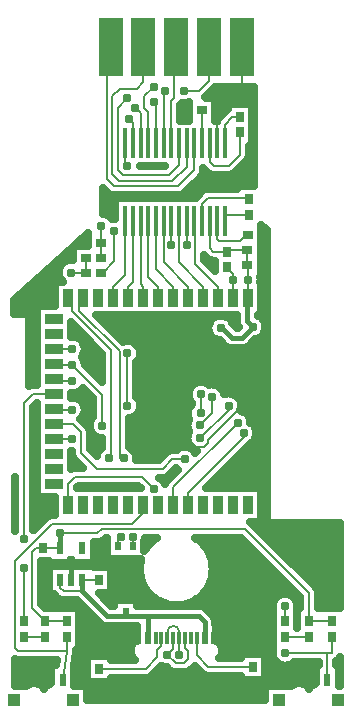
<source format=gbr>
G04 DipTrace 5.1.0.3*
G04 1 - Top.gbr*
%MOIN*%
G04 #@! TF.FileFunction,Copper,L1,Top*
G04 #@! TF.Part,Single*
G04 #@! TA.AperFunction,Conductor*
%ADD15C,0.007874*%
%ADD16C,0.015748*%
G04 #@! TA.AperFunction,CopperBalancing*
%ADD17C,0.025*%
%ADD22R,0.027559X0.035433*%
%ADD23R,0.035433X0.027559*%
%ADD25R,0.023622X0.031496*%
%ADD26R,0.011811X0.044882*%
%ADD27R,0.023622X0.044882*%
G04 #@! TA.AperFunction,ComponentPad*
%ADD28O,0.035433X0.070866*%
%ADD29O,0.035433X0.082677*%
%ADD36R,0.07874X0.19685*%
%ADD38R,0.023622X0.043307*%
%ADD39R,0.03937X0.043307*%
%ADD43R,0.035433X0.059055*%
%ADD44R,0.059055X0.035433*%
%ADD45R,0.15748X0.15748*%
%ADD46R,0.015748X0.098425*%
G04 #@! TA.AperFunction,ViaPad*
%ADD47C,0.031*%
%FSLAX26Y26*%
G04*
G70*
G90*
G75*
G01*
G04 Top*
%LPD*%
X543701Y643110D2*
D15*
X474950D1*
X913386Y2287434D2*
Y2417765D1*
X906201Y2424950D1*
X1041339Y2287434D2*
Y2197587D1*
X987451Y2143699D1*
X774091D1*
X749951Y2167839D1*
Y2608688D1*
X763091D1*
X990157Y2287434D2*
Y2215157D1*
X956201Y2181201D1*
X803538D1*
X787450Y2197289D1*
Y2406199D1*
X818701Y2437450D1*
X938976Y2287434D2*
Y2457726D1*
X943701Y2462450D1*
X1006201D2*
X1056201D1*
X1090256Y2496505D1*
Y2608688D1*
X1118110Y2287430D2*
Y2362844D1*
Y2399360D1*
X1118701Y2399950D1*
X1199311Y2608688D2*
Y2480560D1*
X1118701Y2399950D1*
X680020Y1956199D2*
X649950D1*
X631201Y1937450D1*
Y1906199D1*
X1269883Y1931201D2*
Y1981199D1*
X1270474Y1981790D1*
X1271808Y1831199D2*
X1271575D1*
Y1770538D1*
X1117654Y2362844D2*
X1118110D1*
X537451Y886269D2*
D16*
X631102D1*
X721064D1*
X724951Y882382D1*
X631102Y831201D2*
Y886269D1*
X837451Y900392D2*
D15*
X812450D1*
X787451D1*
X769143D1*
X751133Y882382D1*
X724951D1*
X631201Y899950D2*
D16*
X631102Y886269D1*
X812450Y768257D2*
D15*
Y900392D1*
X855357Y638189D2*
Y675794D1*
X849951Y681199D1*
X811262D1*
Y615748D1*
X724941Y587450D2*
Y681199D1*
X811262D1*
X1151420Y615748D2*
Y687450D1*
X1106201D1*
Y639314D1*
X1107325Y638189D1*
X1151420Y687450D2*
X1237451D1*
Y593699D1*
X1271614Y1081562D2*
D16*
Y1024186D1*
X1271530Y1024102D1*
X1271575Y1770538D2*
X1271614Y1488570D1*
Y1400177D1*
Y1081562D1*
X959094Y1488570D2*
D15*
X1271614D1*
X1271808Y1831199D2*
Y1879274D1*
X1269882Y1881201D1*
X1269883Y1931201D2*
X1269882Y1881201D1*
X476949Y499950D2*
Y549612D1*
X460604Y565957D1*
X1359469Y499950D2*
Y527932D1*
X1293701Y593699D1*
X1237451D1*
X959094Y1488570D2*
Y1369035D1*
D16*
X870262D1*
X853669Y1385629D1*
Y1519844D1*
Y1580100D1*
X923534Y1649965D1*
X926093D1*
X1271614Y1400177D2*
D15*
X1187678D1*
X1087451Y1299950D1*
Y1287450D1*
X1074722Y1274720D1*
X1048627D1*
X959094Y1364253D1*
Y1369035D1*
Y1488570D2*
Y1616963D1*
X926093Y1649965D1*
X910335Y1367521D2*
X959094D1*
Y1369035D1*
X852552Y1519844D2*
D16*
X853669D1*
X910335Y1367521D2*
D15*
Y1232262D1*
X1485453Y499950D2*
Y587450D1*
X1501201D1*
Y641860D1*
X1499951Y643109D1*
X1343701Y587450D2*
X1485453D1*
X906398Y1135580D2*
X867028Y1174950D1*
X643701D1*
X621614Y1152864D1*
Y1081562D1*
X1100109Y1442549D2*
Y1387606D1*
X1060252Y1347749D1*
X634744Y1549004D2*
X575541D1*
X573822Y1550723D1*
X733766Y1346092D2*
Y1449982D1*
X634744Y1549004D1*
X1063878Y1450541D2*
Y1387450D1*
X1062450D1*
X634744Y1495282D2*
X579262D1*
X573822Y1500723D1*
X818701Y1412450D2*
Y1587450D1*
X573822Y1450723D2*
X505253D1*
X474951Y1420421D1*
Y968699D1*
X473735Y872407D2*
Y695507D1*
X474950Y694291D1*
X634744Y1399016D2*
X575529D1*
X573822Y1400723D1*
Y1350723D2*
X636677D1*
X662450Y1324950D1*
Y1256201D1*
X716316Y1202335D1*
X935823D1*
X967778Y1234290D1*
X1010236D1*
X1343701Y694290D2*
Y743699D1*
X887795Y2028970D2*
Y1843356D1*
X921575Y1809576D1*
Y1770538D1*
X862205Y2028970D2*
Y1818946D1*
X871575Y1809576D1*
Y1770538D1*
X836614Y2028970D2*
Y1824113D1*
X821575Y1809073D1*
Y1770538D1*
X811024Y2028962D2*
Y1848522D1*
X771575Y1809073D1*
Y1770538D1*
X634744Y1302059D2*
X575157D1*
X573822Y1300723D1*
X602933Y499950D2*
X618701Y595600D1*
Y643109D1*
Y595600D2*
X454302D1*
X443701Y606201D1*
Y893699D1*
X567512Y1017510D1*
X833304D1*
X871614Y1055820D1*
Y1081562D1*
X1041339Y2028970D2*
X1045009D1*
Y1886142D1*
X1121575Y1809576D1*
Y1770538D1*
X964567Y2028970D2*
X964573Y1947190D1*
X1187450Y1356199D2*
X971614Y1140364D1*
Y1081562D1*
X1015748Y2028970D2*
X1015979Y1947217D1*
X1206937Y1321689D2*
Y1306963D1*
X1021614Y1121640D1*
Y1081562D1*
X990157Y2028970D2*
Y1890993D1*
X1071575Y1809576D1*
Y1770538D1*
X938976Y2028970D2*
Y1892175D1*
X1021575Y1809576D1*
Y1770538D1*
X913386Y2028970D2*
Y1867765D1*
X971575Y1809576D1*
Y1770538D1*
X634744Y1601512D2*
X574610D1*
X573822Y1600723D1*
X724941Y536269D2*
X880020D1*
X918701Y574950D1*
Y599950D1*
X932129Y613378D1*
Y638189D1*
X1237451Y542518D2*
X1088633D1*
X1050239Y580912D1*
Y638189D1*
X1143701Y2287450D2*
Y2349950D1*
X1168701Y2374950D1*
X1193701D1*
Y2323769D2*
Y2249950D1*
X1156201Y2212450D1*
X1106201D1*
X1092520Y2226131D1*
Y2287434D1*
X1224951Y2049950D2*
X1143701D1*
Y2028966D1*
X1066929Y2028970D2*
Y2085678D1*
X1087450Y2106199D1*
X1219883D1*
X1224951Y2101131D1*
X731201Y1856199D2*
X737449D1*
X774950Y1893701D1*
Y1993701D1*
X811024Y2287434D2*
Y2217412D1*
X818077Y2210358D1*
X1118110Y2028966D2*
Y1969290D1*
X1124950Y1962450D1*
X1193701D1*
X1213041Y1981790D1*
X1219293D1*
X1066929Y2287434D2*
Y2399360D1*
X1067520Y2399950D1*
X731201Y1906201D2*
Y2012450D1*
Y1956199D2*
Y2012450D1*
X836614Y2287434D2*
Y2357037D1*
X824951Y2368699D1*
X1171575Y1770538D2*
Y1831199D1*
Y1853327D1*
X1149951Y1874950D1*
X1171424Y1831047D2*
X1171575Y1831199D1*
X862205Y2287434D2*
Y2387696D1*
X843701Y2406199D1*
X887795Y2287434D2*
Y2393356D1*
X874950Y2406201D1*
Y2443699D1*
X906201Y2474950D1*
X1015748Y2287434D2*
Y2209497D1*
X968701Y2162450D1*
X791803D1*
X768701Y2185552D1*
Y2443701D1*
X793701Y2468701D1*
X849951D1*
X872146Y2490895D1*
Y2608688D1*
X1156201Y1412450D2*
Y1399004D1*
X1060798Y1303601D1*
X1059521D1*
X964567Y2287434D2*
Y2427066D1*
X974950Y2437449D1*
Y2608688D1*
X981201D1*
X886853Y638189D2*
D16*
Y712450D1*
X1056201D1*
X1075829Y692822D1*
Y638189D1*
X886853Y712450D2*
X812450D1*
X749950D1*
X672356Y790045D1*
X668504Y793896D1*
Y831201D1*
D15*
X724951D1*
X593701D2*
Y806201D1*
X606201Y793701D1*
X672356D1*
Y790045D1*
X812450Y724950D2*
Y712450D1*
X951814Y638189D2*
Y658167D1*
G02X991192Y659954I19668J1367D01*
G01*
X991184Y638189D1*
X990949Y582627D2*
X991184Y582862D1*
Y638189D1*
X671575Y1770538D2*
X658096D1*
Y1729306D1*
X792421Y1594980D1*
Y1237450D1*
X806201D1*
X837451Y943699D2*
Y976810D1*
X837144D1*
X971499Y638189D2*
Y603207D1*
X950917Y582626D1*
X1010869Y638189D2*
Y605454D1*
X1021844Y594479D1*
Y567113D1*
X1008336Y553605D1*
X979938D1*
X950917Y582626D1*
X621575Y1770538D2*
X635408D1*
Y1726993D1*
X764984Y1597417D1*
Y1237450D1*
X756201D1*
X787451Y943699D2*
Y967648D1*
X795915Y976112D1*
X680020Y1906201D2*
Y1856199D1*
X1221575Y1770538D2*
Y1830812D1*
X1221188Y1831199D1*
X537451Y937450D2*
X593651D1*
X593701Y937500D1*
X537451Y937450D2*
X512450D1*
X499950Y924950D1*
Y738042D1*
X543701Y694291D1*
X593701Y937500D2*
D16*
Y987450D1*
X1237450Y1674951D2*
X1218701Y1693701D1*
Y1770538D1*
X1221575D1*
X593701Y987450D2*
D15*
X718702D1*
X733517Y1002265D1*
X1210135D1*
X1424950Y787450D1*
Y694290D1*
X1092520Y2028970D2*
Y1938631D1*
X1105020Y1926131D1*
X1149951D1*
X1218702Y1931201D2*
X1155021D1*
X1149951Y1926131D1*
X1218702Y1931201D2*
Y1881201D1*
X1218701D1*
X1221188Y1831199D2*
Y1878714D1*
X1218701Y1881201D1*
X543701Y694291D2*
X618701D1*
Y694290D1*
X1499951D2*
X1424950D1*
X631161Y1856580D2*
X679639D1*
X680020Y1856199D1*
X1130088Y1671484D2*
D16*
X1134667D1*
X1168701Y1637450D1*
X1199949D1*
X1237450Y1674951D1*
X1343701Y643109D2*
D15*
X1424950D1*
D47*
X1237450Y1674951D3*
D3*
X943701Y2462450D3*
X1006201D3*
X906201Y2424950D3*
Y2474950D3*
X843701Y2406199D3*
X818701Y2437450D3*
X824951Y2368699D3*
X818077Y2210358D3*
X990949Y582627D3*
X950917Y582626D3*
X756201Y1237450D3*
X806201D3*
X964573Y1947190D3*
X1015979Y1947217D3*
X631161Y1856580D3*
X1063878Y1450541D3*
X774950Y1993701D3*
X731201Y2012450D3*
X631201Y1906199D3*
X1062450Y1387450D3*
X1100109Y1442549D3*
X1060252Y1347749D3*
X1059521Y1303601D3*
X1156201Y1412450D3*
X1130088Y1671484D3*
X634744Y1601512D3*
X1221188Y1831199D3*
X1271808D3*
X1117654Y2362844D3*
X1187450Y1356199D3*
X1206937Y1321689D3*
X795915Y976112D3*
X837144Y976810D3*
X593701Y987450D3*
X634744Y1399016D3*
Y1302059D3*
X631201Y899950D3*
X1010236Y1234290D3*
X1343701Y743699D3*
X1271530Y1024102D3*
X460604Y565957D3*
X818701Y1412450D3*
X733766Y1346092D3*
X634744Y1549004D3*
X1343701Y587450D3*
X906398Y1135580D3*
X634744Y1495282D3*
X473735Y872407D3*
X1171424Y1831047D3*
X818701Y1587450D3*
X474951Y968699D3*
X926093Y1649965D3*
X910335Y1367521D3*
X852552Y1519844D3*
X910335Y1232262D3*
X1089047Y2450573D2*
D17*
X1237847D1*
X1113664Y2425705D2*
X1237847D1*
X996933Y2400836D2*
X1021376D1*
X1113664D2*
X1151312D1*
X996933Y2375967D2*
X1021376D1*
X1113664D2*
X1124991D1*
X1226071Y2276492D2*
X1237847D1*
X1226071Y2251623D2*
X1237847D1*
X1215234Y2226755D2*
X1237847D1*
X1190366Y2201886D2*
X1237847D1*
X1065489Y2177017D2*
X1237847D1*
X1040640Y2152148D2*
X1237847D1*
X1015772Y2127280D2*
X1063791D1*
X740289Y2102411D2*
X774726D1*
X740289Y2077542D2*
X774726D1*
X743608Y2052673D2*
X774726D1*
X1265436Y2002936D2*
X1275902D1*
X676935Y1978067D2*
X685051D1*
X1265436D2*
X1281159D1*
X649520Y1953198D2*
X685051D1*
X1265436D2*
X1281159D1*
X622104Y1928329D2*
X633880D1*
X1264844D2*
X1281159D1*
X594707Y1903461D2*
X633880D1*
X1264844D2*
X1281159D1*
X567291Y1878592D2*
X593564D1*
X1097283D2*
X1107749D1*
X1264844D2*
X1281159D1*
X539876Y1853723D2*
X587338D1*
X1264844D2*
X1281159D1*
X512478Y1828854D2*
X597888D1*
X1265041D2*
X1281159D1*
X485063Y1803986D2*
X575425D1*
X1267715D2*
X1281159D1*
X457647Y1779117D2*
X575425D1*
X1267715D2*
X1281159D1*
X443060Y1754248D2*
X575425D1*
X1267715D2*
X1281159D1*
X443060Y1729379D2*
X515875D1*
X1267715D2*
X1281159D1*
X494231Y1704510D2*
X515875D1*
X727622D2*
X1102581D1*
X1157586D2*
X1182406D1*
X1268971D2*
X1281159D1*
X494231Y1679642D2*
X515875D1*
X752489D2*
X1086972D1*
X1176802D2*
X1185456D1*
X494231Y1654773D2*
X515875D1*
X631775D2*
X662893D1*
X777357D2*
X1089681D1*
X494231Y1629904D2*
X515875D1*
X667408D2*
X687760D1*
X802225D2*
X1125942D1*
X1242703D2*
X1281159D1*
X494231Y1605035D2*
X515875D1*
X678514D2*
X712628D1*
X858707D2*
X1156623D1*
X1212022D2*
X1281159D1*
X494231Y1580167D2*
X515875D1*
X672755D2*
X732615D1*
X861972D2*
X1281159D1*
X494231Y1555298D2*
X515875D1*
X678191D2*
X732615D1*
X851063D2*
X1281159D1*
X494231Y1530429D2*
X515875D1*
X698053D2*
X732615D1*
X851063D2*
X1281159D1*
X494231Y1505560D2*
X515875D1*
X722921D2*
X732615D1*
X851063D2*
X1281159D1*
X494231Y1480692D2*
X515875D1*
X851063D2*
X1032966D1*
X1118777D2*
X1281159D1*
X649861Y1455823D2*
X683185D1*
X851063D2*
X1020299D1*
X1141851D2*
X1281159D1*
X663622Y1430954D2*
X701396D1*
X858258D2*
X1024874D1*
X1195767D2*
X1281159D1*
X507311Y1406085D2*
X515875D1*
X678066D2*
X701396D1*
X862134D2*
X1022954D1*
X1199642D2*
X1281159D1*
X507311Y1381217D2*
X515875D1*
X674657D2*
X701396D1*
X848408D2*
X1018989D1*
X1222967D2*
X1281159D1*
X507311Y1356348D2*
X515875D1*
X675787D2*
X691133D1*
X824778D2*
X1017231D1*
X1232135D2*
X1281159D1*
X507311Y1331479D2*
X515875D1*
X824778D2*
X1019653D1*
X1249683D2*
X1281159D1*
X507311Y1306610D2*
X515875D1*
X694806D2*
X718728D1*
X824778D2*
X1015706D1*
X1248014D2*
X1281159D1*
X507311Y1281741D2*
X515875D1*
X694806D2*
X732615D1*
X824778D2*
X1021824D1*
X1226448D2*
X1281159D1*
X507311Y1256873D2*
X515875D1*
X706504D2*
X717114D1*
X845286D2*
X945732D1*
X1201580D2*
X1281159D1*
X507311Y1232004D2*
X515875D1*
X631775D2*
X641918D1*
X1176712D2*
X1281159D1*
X507311Y1207135D2*
X515875D1*
X631775D2*
X666786D1*
X1151845D2*
X1281159D1*
X507311Y1182266D2*
X515875D1*
X960492D2*
X968787D1*
X1126977D2*
X1281159D1*
X507311Y1157398D2*
X515875D1*
X1102109D2*
X1281159D1*
X507311Y1132529D2*
X515875D1*
X1267751D2*
X1281159D1*
X507311Y1107660D2*
X515875D1*
X1267751D2*
X1281159D1*
X507311Y1082791D2*
X575479D1*
X1267751D2*
X1281159D1*
X507311Y1057923D2*
X575479D1*
X1267751D2*
X1281159D1*
X507311Y1033054D2*
X538321D1*
X1267751D2*
X1281159D1*
X1248947Y1008185D2*
X1525261D1*
X1273815Y983316D2*
X1525261D1*
X728321Y958448D2*
X747220D1*
X877689D2*
X897306D1*
X1065095D2*
X1209229D1*
X1298683D2*
X1525261D1*
X708747Y933579D2*
X747220D1*
X1086015D2*
X1234097D1*
X1323550D2*
X1525261D1*
X708747Y908710D2*
X747220D1*
X1098054D2*
X1258965D1*
X1348418D2*
X1525261D1*
X532304Y883841D2*
X858497D1*
X1103903D2*
X1283832D1*
X1373286D2*
X1525261D1*
X532304Y858972D2*
X553464D1*
X767148D2*
X857923D1*
X1104477D2*
X1308700D1*
X1398154D2*
X1525261D1*
X532304Y834104D2*
X553464D1*
X767148D2*
X862588D1*
X1099813D2*
X1333568D1*
X1423021D2*
X1525261D1*
X532304Y809235D2*
X553464D1*
X767148D2*
X873138D1*
X1089263D2*
X1358436D1*
X1447889D2*
X1525261D1*
X532304Y784366D2*
X553464D1*
X728339D2*
X891690D1*
X1070710D2*
X1333317D1*
X1354088D2*
X1383303D1*
X1457309D2*
X1525261D1*
X532304Y759497D2*
X652612D1*
X753207D2*
X772214D1*
X852678D2*
X926193D1*
X1036208D2*
X1302905D1*
X1384500D2*
X1392580D1*
X1457309D2*
X1525261D1*
X660913Y734629D2*
X677479D1*
X1084329D2*
X1300788D1*
X660913Y709760D2*
X702347D1*
X1107581D2*
X1301488D1*
X660913Y684891D2*
X727879D1*
X1116068D2*
X1301488D1*
X660913Y660022D2*
X846620D1*
X1116068D2*
X1301488D1*
X660913Y635154D2*
X846620D1*
X1116068D2*
X1301488D1*
X660913Y610285D2*
X829054D1*
X1133633D2*
X1301488D1*
X649789Y585416D2*
X827834D1*
X1134853D2*
X1195252D1*
X1279664D2*
X1299819D1*
X445016Y560547D2*
X580162D1*
X645680D2*
X682736D1*
X1279664D2*
X1309705D1*
X445016Y535678D2*
X562704D1*
X643168D2*
X682736D1*
X924159D2*
X953142D1*
X1035149D2*
X1050747D1*
X1279664D2*
X1445222D1*
X445016Y510810D2*
X562704D1*
X643168D2*
X682736D1*
X898125D2*
X1195252D1*
X1279664D2*
X1445222D1*
X445016Y485941D2*
X490020D1*
X522938D2*
X556944D1*
X643168D2*
X1372538D1*
X1405456D2*
X1439480D1*
X686481Y461072D2*
X1275920D1*
X686481Y436203D2*
X1275920D1*
X718676Y957588D2*
X706240Y957582D1*
Y889921D1*
X555965D1*
X555958Y893808D1*
X529816D1*
X529812Y750403D1*
X542286Y737938D1*
X583406Y737924D1*
X658406Y737932D1*
Y599467D1*
X648564D1*
X648563Y595619D1*
X648162Y590719D1*
X640669Y545277D1*
Y478622D1*
X683977Y478631D1*
Y431542D1*
X1278424Y431545D1*
X1278425Y478631D1*
X1362830D1*
X1369098Y483128D1*
X1377558Y486790D1*
X1386634Y488403D1*
X1395838Y487880D1*
X1404673Y485248D1*
X1412663Y480649D1*
X1419377Y474332D1*
X1422307Y469890D1*
X1422723Y470543D1*
X1428639Y477613D1*
X1436027Y483128D1*
X1444487Y486790D1*
X1447722Y487365D1*
X1447717Y547529D1*
X1455584D1*
X1455590Y557583D1*
X1372412Y557588D1*
X1369614Y555131D1*
X1361773Y550175D1*
X1353025Y547088D1*
X1343810Y546025D1*
X1334590Y547039D1*
X1325826Y550080D1*
X1317958Y554994D1*
X1311382Y561536D1*
X1306426Y569378D1*
X1303339Y578125D1*
X1302276Y587341D1*
X1303290Y596561D1*
X1304297Y599463D1*
X1303996Y599467D1*
Y731881D1*
X1303339Y734375D1*
X1302276Y743590D1*
X1303290Y752811D1*
X1306331Y761575D1*
X1311245Y769442D1*
X1317787Y776019D1*
X1325629Y780975D1*
X1334376Y784062D1*
X1343591Y785125D1*
X1352812Y784110D1*
X1361576Y781070D1*
X1369443Y776155D1*
X1376020Y769613D1*
X1380976Y761772D1*
X1384063Y753024D1*
X1385126Y743699D1*
X1384112Y734588D1*
X1383408Y732560D1*
X1383406Y672972D1*
X1385246Y672967D1*
Y737932D1*
X1395087D1*
X1395088Y775078D1*
X1197766Y972402D1*
X1043842Y972403D1*
X1048288Y969583D1*
X1055726Y964221D1*
X1062738Y958311D1*
X1069282Y951888D1*
X1075322Y944988D1*
X1080823Y937651D1*
X1085753Y929919D1*
X1090084Y921837D1*
X1093791Y913450D1*
X1096854Y904807D1*
X1099254Y895957D1*
X1100978Y886950D1*
X1102016Y877839D1*
X1102362Y868690D1*
X1102014Y859513D1*
X1100974Y850402D1*
X1099248Y841396D1*
X1096846Y832547D1*
X1093781Y823904D1*
X1090071Y815518D1*
X1085738Y807437D1*
X1080806Y799706D1*
X1075304Y792370D1*
X1069262Y785472D1*
X1062716Y779050D1*
X1055704Y773142D1*
X1048264Y767781D1*
X1040440Y762998D1*
X1032277Y758821D1*
X1023822Y755273D1*
X1015122Y752374D1*
X1006228Y750142D1*
X997191Y748589D1*
X988062Y747723D1*
X978894Y747551D1*
X969739Y748072D1*
X960649Y749285D1*
X951678Y751181D1*
X942875Y753750D1*
X934292Y756978D1*
X925978Y760845D1*
X917980Y765331D1*
X910344Y770408D1*
X903114Y776048D1*
X896331Y782219D1*
X890034Y788886D1*
X884260Y796009D1*
X879041Y803549D1*
X874407Y811461D1*
X870385Y819702D1*
X866997Y828223D1*
X864264Y836976D1*
X862200Y845911D1*
X860818Y854976D1*
X860126Y864120D1*
X860127Y873290D1*
X860821Y882433D1*
X862205Y891498D1*
X864271Y900432D1*
X864771Y902030D1*
X749715Y902026D1*
Y972404D1*
X745891Y972403D1*
X739818Y966334D1*
X732433Y960932D1*
X723750Y958019D1*
X718676Y957588D1*
X875188Y960424D2*
Y927357D1*
X879056Y933856D1*
X884277Y941394D1*
X890053Y948516D1*
X896351Y955181D1*
X903136Y961351D1*
X910367Y966989D1*
X918004Y972065D1*
X918606Y972402D1*
X878326Y972403D1*
X877555Y967698D1*
X875189Y960877D1*
X1087778Y1901751D2*
X1095978Y1897671D1*
X1105020Y1896269D1*
X1110247Y1896268D1*
X1110243Y1863140D1*
X1074872Y1898512D1*
X1074877Y1914042D1*
X1083886Y1905034D1*
X1087778Y1901751D1*
X454326Y565737D2*
X583513D1*
X580511Y547529D1*
X565197D1*
X565202Y487365D1*
X561967Y486790D1*
X553507Y483128D1*
X546120Y477613D1*
X540203Y470543D1*
X539787Y469890D1*
X536858Y474332D1*
X530144Y480649D1*
X522154Y485248D1*
X513318Y487880D1*
X504114Y488403D1*
X495038Y486790D1*
X486578Y483128D1*
X480310Y478631D1*
X442520Y478625D1*
Y568156D1*
X1515314Y547529D2*
X1523189D1*
Y478622D1*
X1527752Y478631D1*
X1527756Y573786D1*
X1525587Y570215D1*
X1519216Y563636D1*
X1515315Y560327D1*
Y547526D1*
X859291Y2212298D2*
X859434Y2211062D1*
X943831Y2211063D1*
X945068Y2212299D1*
X859460Y2212296D1*
X675155Y1592401D2*
X672114Y1583637D1*
X667200Y1575769D1*
X666746Y1575313D1*
X667063Y1574918D1*
X672019Y1567076D1*
X675106Y1558329D1*
X676079Y1549896D1*
X735119Y1490860D1*
X735122Y1585044D1*
X629278Y1690892D1*
X629274Y1642579D1*
X634635Y1642937D1*
X643855Y1641923D1*
X652619Y1638882D1*
X660487Y1633967D1*
X667063Y1627425D1*
X672019Y1619584D1*
X675106Y1610836D1*
X676169Y1601512D1*
X675155Y1592401D1*
X935796Y1172472D2*
X924742D1*
X930320Y1169400D1*
X937246Y1163229D1*
X942625Y1155671D1*
X944131Y1152049D1*
X947234Y1157605D1*
X950517Y1161498D1*
X988404Y1199392D1*
X984494Y1201834D1*
X981893Y1204422D1*
X980145Y1204428D1*
X956939Y1181219D1*
X949554Y1175816D1*
X940870Y1172903D1*
X935796Y1172472D1*
X442517Y994209D2*
X445089Y997049D1*
Y1174263D1*
X442511Y1174261D1*
X442520Y1085758D1*
Y994478D1*
X491732Y1477353D2*
Y1704478D1*
X491341Y1707583D1*
X488524Y1712840D1*
X483586Y1716194D1*
X479215Y1716978D1*
X440551Y1716974D1*
X440550Y1765868D1*
X636378Y1943541D1*
Y1939987D1*
X638979Y1945900D1*
X687559Y1989977D1*
X687558Y1945905D1*
X638989D1*
X636378Y1939987D1*
X636374Y1897420D1*
X631052Y1898005D1*
X621837Y1896942D1*
X613089Y1893855D1*
X605248Y1888899D1*
X598706Y1882323D1*
X593791Y1874455D1*
X590751Y1865691D1*
X589736Y1856471D1*
X590799Y1847255D1*
X593886Y1838508D1*
X598842Y1830666D1*
X603537Y1825996D1*
X577933Y1825991D1*
X577928Y1744365D1*
X518369D1*
X518373Y1480585D1*
X505278D1*
X651472Y1137014D2*
X715256D1*
X765256Y1137005D1*
X815256Y1137014D1*
X862733D1*
X854659Y1145087D1*
X656062Y1145088D1*
X651473Y1140491D1*
X651476Y1137012D1*
X643728Y1204812D2*
X671603D1*
X641334Y1235085D1*
X635932Y1242470D1*
X633019Y1251153D1*
X632588Y1256222D1*
X632589Y1260883D1*
X629275Y1261248D1*
X629266Y1207081D1*
X629274Y1201093D1*
X629970Y1201468D1*
X638653Y1204381D1*
X643728Y1204812D1*
X685652Y1343747D2*
X690259Y1335832D1*
X692249Y1326900D1*
X692312Y1324950D1*
Y1268568D1*
X715644Y1245238D1*
X715790Y1246561D1*
X718831Y1255325D1*
X723745Y1263193D1*
X730287Y1269769D1*
X735119Y1272823D1*
X735122Y1304680D1*
X733876Y1304667D1*
X724655Y1305681D1*
X715891Y1308722D1*
X708024Y1313636D1*
X701447Y1320178D1*
X696491Y1328020D1*
X693404Y1336767D1*
X692341Y1345982D1*
X693356Y1355203D1*
X696396Y1363967D1*
X701311Y1371834D1*
X703898Y1374436D1*
X703904Y1437615D1*
X669206Y1472310D1*
X667200Y1469540D1*
X660658Y1462963D1*
X652816Y1458007D1*
X644069Y1454920D1*
X634854Y1453857D1*
X629280Y1454470D1*
X629274Y1440085D1*
X634635Y1440441D1*
X643855Y1439427D1*
X652619Y1436386D1*
X660487Y1431471D1*
X667063Y1424929D1*
X672019Y1417088D1*
X675106Y1408340D1*
X676169Y1399016D1*
X675155Y1389905D1*
X672114Y1381141D1*
X667200Y1373273D1*
X661789Y1367833D1*
X683547Y1346084D1*
X685652Y1343747D1*
X548715Y1040713D2*
X556630Y1045320D1*
X565562Y1047309D1*
X567512Y1047373D1*
X577973Y1047379D1*
Y1107072D1*
X518369Y1107081D1*
Y1257077D1*
Y1420870D1*
X517626Y1420861D1*
X504819Y1408058D1*
X504814Y1135796D1*
Y997418D1*
X506724Y998955D1*
X546382Y1038612D1*
X548715Y1040713D1*
X1071201Y2197608D2*
Y2205219D1*
X1085085Y2191334D1*
X1086509Y2190000D1*
X1094231Y2185092D1*
X1103086Y2182752D1*
X1106225Y2182588D1*
X1156201D1*
X1158151Y2182652D1*
X1167082Y2184641D1*
X1174998Y2189248D1*
X1177332Y2191350D1*
X1214817Y2228834D1*
X1216150Y2230258D1*
X1221059Y2237980D1*
X1223399Y2246835D1*
X1223563Y2250237D1*
X1223564Y2280127D1*
X1233406D1*
Y2418592D1*
X1153996D1*
Y2400933D1*
X1149904Y2398152D1*
X1147568Y2396049D1*
X1122585Y2371066D1*
X1121251Y2369642D1*
X1116643Y2362588D1*
X1111162Y2362586D1*
Y2439655D1*
X1078996D1*
X1077317Y2441334D1*
X1111427Y2475442D1*
X1240354Y2475448D1*
X1240356Y2144773D1*
X1185247D1*
X1185248Y2136062D1*
X1087450D1*
X1085500Y2135998D1*
X1076569Y2134009D1*
X1068653Y2129402D1*
X1066323Y2127304D1*
X1045813Y2106794D1*
X1044479Y2105370D1*
X1043428Y2104107D1*
X1002290D1*
X972776Y2104099D1*
X960295Y2104108D1*
X925518D1*
X896004Y2104099D1*
X883524Y2104108D1*
X802815D1*
X777224Y2104100D1*
X777227Y2034863D1*
X774841Y2035126D1*
X766480Y2034161D1*
X766158Y2034190D1*
X763520Y2038364D1*
X756943Y2044906D1*
X749076Y2049820D1*
X740312Y2052861D1*
X737800Y2053137D1*
X737799Y2137759D1*
X752975Y2122584D1*
X754399Y2121250D1*
X762121Y2116341D1*
X770976Y2114002D1*
X774111Y2113837D1*
X987451D1*
X989402Y2113901D1*
X998333Y2115890D1*
X1006248Y2120497D1*
X1008582Y2122598D1*
X1062454Y2176471D1*
X1067021Y2182349D1*
X1070430Y2190850D1*
X1071201Y2197608D1*
X994429Y2414687D2*
X994428Y2362572D1*
X1023878Y2362569D1*
Y2424989D1*
X1015525Y2422088D1*
X1006310Y2421025D1*
X1000304Y2421686D1*
X999330Y2420207D1*
X994429Y2414687D1*
X973202Y524514D2*
X964701Y527923D1*
X958823Y532489D1*
X949991Y541315D1*
X941806Y542215D1*
X933042Y545256D1*
X931928Y545952D1*
X901136Y515153D1*
X893751Y509751D1*
X885067Y506838D1*
X879994Y506407D1*
X764646Y506411D1*
Y492627D1*
X685236D1*
Y579911D1*
X764646D1*
Y566140D1*
X842994Y566131D1*
X843398Y566127D1*
X838693Y570259D1*
X833356Y577918D1*
X830008Y586631D1*
X828842Y595892D1*
X829926Y605163D1*
X833197Y613906D1*
X838466Y621611D1*
X845426Y627832D1*
X846957Y628846D1*
X848535Y629787D1*
X849117Y630112D1*
Y678645D1*
X749976Y678651D1*
X743280Y679315D1*
X734630Y682322D1*
X727104Y687541D1*
X726050Y688550D1*
X650764Y763837D1*
X606201Y763839D1*
X597159Y765240D1*
X588959Y769321D1*
X585067Y772603D1*
X574049Y783622D1*
X555965D1*
Y878779D1*
X706240D1*
X706248Y874842D1*
X764656D1*
Y787559D1*
X722645D1*
X763955Y746244D1*
X774709Y746249D1*
X774714Y766623D1*
X850187D1*
Y746250D1*
X1056182Y746249D1*
X1059236Y746113D1*
X1068162Y744062D1*
X1076209Y739691D1*
X1080101Y736350D1*
X1099714Y716736D1*
X1101779Y714478D1*
X1106640Y706717D1*
X1109240Y697936D1*
X1109629Y692822D1*
X1109637Y686555D1*
X1113566D1*
Y630100D1*
X1115289Y629116D1*
X1116834Y628122D1*
X1118331Y627056D1*
X1125073Y620601D1*
X1130075Y612720D1*
X1133046Y603871D1*
X1133841Y596063D1*
X1132757Y586963D1*
X1129485Y578220D1*
X1125487Y572373D1*
X1197755Y572381D1*
X1197747Y586160D1*
X1277156D1*
Y498876D1*
X1197747D1*
Y512665D1*
X1117914Y512656D1*
X1088651D1*
X1085509Y512820D1*
X1076663Y515160D1*
X1068941Y520068D1*
X1067517Y521402D1*
X1042944Y545976D1*
X1029466Y532503D1*
X1027127Y530396D1*
X1019217Y525796D1*
X1010286Y523806D1*
X1008336Y523743D1*
X979958D1*
X973202Y524514D1*
X1144784Y1613567D2*
X1128063Y1630294D1*
X1120977Y1631073D1*
X1112213Y1634114D1*
X1104345Y1639029D1*
X1097769Y1645571D1*
X1092813Y1653412D1*
X1089726Y1662160D1*
X1088663Y1671375D1*
X1089677Y1680595D1*
X1092718Y1689359D1*
X1097632Y1697227D1*
X1104174Y1703803D1*
X1112016Y1708759D1*
X1120763Y1711846D1*
X1129978Y1712909D1*
X1139199Y1711895D1*
X1147963Y1708854D1*
X1155830Y1703940D1*
X1162407Y1697398D1*
X1167363Y1689557D1*
X1168982Y1684969D1*
X1182705Y1671246D1*
X1185941Y1671249D1*
X1190210Y1675510D1*
X1187890Y1679805D1*
X1185291Y1688587D1*
X1184902Y1693701D1*
Y1715084D1*
X827933Y1715094D1*
X728471Y1715085D1*
X714544D1*
X803604Y1626029D1*
X809376Y1627812D1*
X818591Y1628875D1*
X827812Y1627861D1*
X836576Y1624820D1*
X844443Y1619906D1*
X851020Y1613364D1*
X855976Y1605522D1*
X859063Y1596775D1*
X860126Y1587450D1*
X859112Y1578339D1*
X856071Y1569575D1*
X851156Y1561708D1*
X848569Y1559106D1*
X848563Y1441165D1*
X851020Y1438364D1*
X855976Y1430522D1*
X859063Y1421775D1*
X860126Y1412450D1*
X859112Y1403339D1*
X856071Y1394575D1*
X851156Y1386708D1*
X844614Y1380131D1*
X836773Y1375175D1*
X828025Y1372088D1*
X822275Y1371425D1*
X822284Y1292079D1*
X822287Y1275441D1*
X824076Y1274820D1*
X831943Y1269906D1*
X838520Y1263364D1*
X843476Y1255522D1*
X846563Y1246775D1*
X847626Y1237450D1*
X847041Y1232192D1*
X923462Y1232197D1*
X946648Y1255391D1*
X948987Y1257499D1*
X956897Y1262099D1*
X965828Y1264089D1*
X967778Y1264152D1*
X981876Y1264149D1*
X984323Y1266609D1*
X992164Y1271565D1*
X1000912Y1274652D1*
X1010127Y1275715D1*
X1019347Y1274701D1*
X1028111Y1271660D1*
X1035979Y1266746D1*
X1042555Y1260204D1*
X1045135Y1256122D1*
X1052040Y1263011D1*
X1050410Y1263190D1*
X1041646Y1266231D1*
X1033778Y1271145D1*
X1027202Y1277687D1*
X1022246Y1285529D1*
X1019159Y1294276D1*
X1018096Y1303492D1*
X1019110Y1312712D1*
X1022151Y1321476D1*
X1024987Y1326017D1*
X1024995Y1326484D1*
X1022977Y1329677D1*
X1019890Y1338425D1*
X1018827Y1347640D1*
X1019841Y1356861D1*
X1022882Y1365624D1*
X1025200Y1369335D1*
X1022088Y1378125D1*
X1021025Y1387341D1*
X1022039Y1396561D1*
X1025080Y1405325D1*
X1029994Y1413193D1*
X1034013Y1417232D1*
X1034019Y1422180D1*
X1031559Y1424627D1*
X1026603Y1432468D1*
X1023516Y1441216D1*
X1022453Y1450431D1*
X1023467Y1459652D1*
X1026508Y1468416D1*
X1031422Y1476283D1*
X1037964Y1482860D1*
X1045806Y1487816D1*
X1054553Y1490903D1*
X1063769Y1491966D1*
X1072989Y1490951D1*
X1081753Y1487911D1*
X1089620Y1482996D1*
X1089922Y1482696D1*
X1097835Y1483911D1*
X1107096Y1483380D1*
X1116007Y1480802D1*
X1124120Y1476305D1*
X1131030Y1470116D1*
X1136389Y1462544D1*
X1139929Y1453970D1*
X1140470Y1450763D1*
X1146876Y1452812D1*
X1156091Y1453875D1*
X1165312Y1452861D1*
X1174076Y1449820D1*
X1181943Y1444906D1*
X1188520Y1438364D1*
X1193476Y1430522D1*
X1196563Y1421775D1*
X1197626Y1412450D1*
X1196612Y1403339D1*
X1194423Y1397031D1*
X1196561Y1396610D1*
X1205325Y1393570D1*
X1213193Y1388655D1*
X1219769Y1382113D1*
X1224725Y1374272D1*
X1227812Y1365524D1*
X1228810Y1356876D1*
X1232680Y1354145D1*
X1239256Y1347603D1*
X1244212Y1339761D1*
X1247299Y1331014D1*
X1248362Y1321689D1*
X1247348Y1312578D1*
X1244307Y1303814D1*
X1239393Y1295946D1*
X1232851Y1289370D1*
X1229198Y1287061D1*
X1228053Y1285847D1*
X1079224Y1137014D1*
X1165256D1*
X1215256Y1137005D1*
X1265256Y1137014D1*
Y1026109D1*
X1228107D1*
X1229827Y1024715D1*
X1231251Y1023381D1*
X1446052Y808580D1*
X1448159Y806241D1*
X1452759Y798332D1*
X1454749Y789400D1*
X1454812Y787450D1*
X1454816Y737932D1*
X1527754Y737931D1*
X1527756Y1022680D1*
X1375370Y1022686D1*
X1296178D1*
X1291802Y1023471D1*
X1286870Y1026824D1*
X1284053Y1032081D1*
X1283661Y1035186D1*
Y1998152D1*
X1264656Y2015445D1*
Y2006308D1*
X1262943D1*
X1262934Y1942085D1*
X1262351D1*
X1262344Y1891496D1*
X1262343Y1841496D1*
X1261311D1*
X1261550Y1840524D1*
X1262613Y1831199D1*
X1262033Y1825994D1*
X1265217Y1825991D1*
Y1715085D1*
X1252505D1*
X1252500Y1713539D1*
X1253247Y1713246D1*
X1254929Y1712508D1*
X1256577Y1711697D1*
X1258188Y1710812D1*
X1265647Y1705299D1*
X1271693Y1698263D1*
X1276022Y1690059D1*
X1278417Y1681097D1*
X1278875Y1674951D1*
X1277861Y1665840D1*
X1274820Y1657076D1*
X1269906Y1649209D1*
X1263364Y1642632D1*
X1255522Y1637676D1*
X1246775Y1634589D1*
X1244642Y1634343D1*
X1223849Y1613550D1*
X1216555Y1608012D1*
X1208034Y1604633D1*
X1199926Y1603651D1*
X1168701D1*
X1159627Y1604892D1*
X1151213Y1608528D1*
X1144784Y1613567D1*
X1244642Y1634343D2*
X1246775Y1634589D1*
X1255522Y1637676D1*
X1263364Y1642632D1*
X1269906Y1649209D1*
X1274820Y1657076D1*
X1277861Y1665840D1*
X1278875Y1674951D1*
X1278417Y1681097D1*
X1276022Y1690059D1*
X1271693Y1698263D1*
X1265647Y1705299D1*
X1258188Y1710812D1*
X1256577Y1711697D1*
X1254929Y1712508D1*
X1253247Y1713246D1*
X1252499Y1713536D1*
D22*
X1193701Y2374950D3*
Y2323769D3*
X1224951Y2049950D3*
Y2101131D3*
D23*
X1218702Y1931201D3*
X1269883D3*
X1219293Y1981790D3*
X1270474D3*
X1118701Y2399950D3*
X1067520D3*
X1218701Y1881201D3*
X1269882D3*
D22*
X724951Y831201D3*
Y882382D3*
X537451Y937450D3*
Y886269D3*
D25*
X837451Y943699D3*
Y900392D3*
X787451Y943699D3*
Y900392D3*
X812450Y724950D3*
Y768257D3*
D22*
X1424950Y643109D3*
Y694290D3*
X543701Y643110D3*
Y694291D3*
D26*
X912444Y638189D3*
X932129D3*
X951814D3*
X971499D3*
X991184D3*
X1010869D3*
X1030554D3*
X1050239D3*
D27*
X1075829D3*
X1107325D3*
X855357D3*
X886853D3*
D28*
X811262Y451181D3*
X1151420D3*
D29*
X811262Y615748D3*
X1151420D3*
D36*
X1199311Y2608688D3*
X1090256D3*
X981201D3*
X872146D3*
X763091D3*
D22*
X724941Y587450D3*
Y536269D3*
X1237451Y593699D3*
Y542518D3*
X618701Y694290D3*
Y643109D3*
X1343701D3*
Y694290D3*
X474950Y643110D3*
Y694291D3*
X1499951Y694290D3*
Y643109D3*
X1149951Y1874950D3*
Y1926131D3*
D23*
X731201Y1956199D3*
X680020D3*
X731201Y1906201D3*
X680020D3*
X731201Y1856199D3*
X680020D3*
D38*
X602933Y499950D3*
X476949D3*
D39*
X638366Y431052D3*
X441516D3*
D38*
X1485453Y499950D3*
X1359469D3*
D39*
X1520886Y431052D3*
X1324035D3*
D43*
X1271575Y1770538D3*
X1221575D3*
X1171575D3*
X1121575D3*
X1071575D3*
X1021575D3*
X971575D3*
X921575D3*
X871575D3*
X821575D3*
X771575D3*
X721575D3*
X671575D3*
X621575D3*
D44*
X573822Y1700723D3*
Y1650723D3*
Y1600723D3*
Y1550723D3*
Y1500723D3*
Y1450723D3*
Y1400723D3*
Y1350723D3*
Y1300723D3*
Y1250723D3*
D43*
X621614Y1081562D3*
X671614D3*
X721614D3*
X771614D3*
X821614D3*
X871614D3*
X921614D3*
X971614D3*
X1021614D3*
X1071614D3*
X1121614D3*
X1171614D3*
X1221614D3*
X1271614D3*
D45*
X959094Y1488570D3*
D44*
X573822Y1200723D3*
Y1150723D3*
D46*
X1143701Y2287450D3*
X1118110Y2287430D3*
X1092520Y2287434D3*
X1066929D3*
X1041339D3*
X1015748D3*
X990157D3*
X964567D3*
X938976D3*
X913386D3*
X887795D3*
X862205D3*
X836614D3*
X811024D3*
Y2028962D3*
X836614Y2028970D3*
X862205D3*
X887795D3*
X913386D3*
X938976D3*
X964567D3*
X990157D3*
X1015748D3*
X1041339D3*
X1066929D3*
X1092520D3*
X1118110Y2028966D3*
X1143701D3*
D38*
X593701Y831201D3*
X631102D3*
X668504D3*
Y937500D3*
X593701D3*
M02*

</source>
